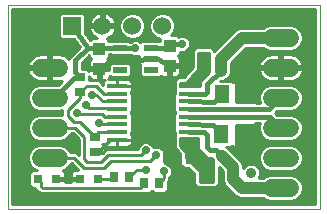
<source format=gbl>
G75*
%MOIN*%
%OFA0B0*%
%FSLAX24Y24*%
%IPPOS*%
%LPD*%
%AMOC8*
5,1,8,0,0,1.08239X$1,22.5*
%
%ADD10C,0.0000*%
%ADD11R,0.0669X0.0157*%
%ADD12R,0.1181X0.1181*%
%ADD13C,0.0600*%
%ADD14R,0.0433X0.0394*%
%ADD15R,0.0512X0.0591*%
%ADD16R,0.0354X0.0276*%
%ADD17R,0.0276X0.0354*%
%ADD18R,0.0315X0.0315*%
%ADD19R,0.0394X0.0433*%
%ADD20R,0.0472X0.0217*%
%ADD21R,0.0600X0.0600*%
%ADD22C,0.0600*%
%ADD23C,0.0160*%
%ADD24C,0.0400*%
%ADD25C,0.0280*%
%ADD26C,0.0100*%
%ADD27C,0.0360*%
%ADD28C,0.0960*%
D10*
X000150Y000200D02*
X010550Y000200D01*
X010550Y007000D01*
X000150Y007000D01*
X000150Y000200D01*
D11*
X003799Y002504D03*
X003799Y002760D03*
X003799Y003016D03*
X003799Y003272D03*
X003799Y003528D03*
X003799Y003784D03*
X003799Y004040D03*
X003799Y004296D03*
X006201Y004296D03*
X006201Y004040D03*
X006201Y003784D03*
X006201Y003528D03*
X006201Y003272D03*
X006201Y003016D03*
X006201Y002760D03*
X006201Y002504D03*
D12*
X005000Y003400D03*
D13*
X001850Y002900D02*
X001250Y002900D01*
X001250Y001900D02*
X001850Y001900D01*
X001850Y003900D02*
X001250Y003900D01*
X001250Y004900D02*
X001850Y004900D01*
X008950Y004900D02*
X009550Y004900D01*
X009550Y003900D02*
X008950Y003900D01*
X008950Y002900D02*
X009550Y002900D01*
X009550Y001900D02*
X008950Y001900D01*
X008950Y000900D02*
X009550Y000900D01*
X009550Y005900D02*
X008950Y005900D01*
D14*
X006285Y001900D03*
X005615Y001900D03*
D15*
X007270Y002680D03*
X008019Y002680D03*
X008028Y004043D03*
X007280Y004043D03*
D16*
X003050Y002606D03*
X003050Y002094D03*
X002550Y004094D03*
X002550Y004606D03*
D17*
X003694Y001250D03*
X004206Y001250D03*
X004694Y001050D03*
X005206Y001050D03*
D18*
X003145Y001200D03*
X002555Y001200D03*
X001745Y001200D03*
X001155Y001200D03*
D19*
X003200Y004865D03*
X003200Y005535D03*
X005550Y005635D03*
X005550Y004965D03*
D20*
X004912Y004826D03*
X004912Y005200D03*
X004912Y005574D03*
X003888Y005574D03*
X003888Y004826D03*
D21*
X002300Y006300D03*
D22*
X003300Y006300D03*
X004300Y006300D03*
X005300Y006300D03*
D23*
X005700Y005700D02*
X005950Y005700D01*
X005700Y005700D02*
X005585Y005585D01*
X005550Y005635D01*
X005539Y005574D01*
X004912Y005574D01*
X004400Y005550D02*
X003900Y005562D01*
X003888Y005574D01*
X003323Y005574D01*
X002824Y005574D01*
X002824Y005576D01*
X002300Y006300D01*
X002824Y005574D02*
X002400Y005150D01*
X002400Y004750D01*
X002550Y004606D01*
X002494Y004550D01*
X002350Y004550D01*
X001700Y003900D01*
X001550Y003900D01*
X003200Y004865D02*
X003265Y004865D01*
X003600Y005200D01*
X003323Y005574D02*
X003200Y005535D01*
X004400Y005150D02*
X004912Y005200D01*
X005165Y005200D01*
X005550Y004965D01*
X006800Y004350D02*
X006800Y004100D01*
X006730Y004030D01*
X006201Y004040D01*
X006201Y003784D02*
X007011Y003774D01*
X007280Y004043D01*
X006800Y004350D02*
X007250Y004800D01*
X006201Y003528D02*
X008869Y003519D01*
X009250Y003900D01*
X008887Y003263D02*
X009250Y002900D01*
X008887Y003263D02*
X006201Y003272D01*
X006201Y003016D02*
X006994Y003007D01*
X007270Y002680D01*
X006800Y002650D02*
X006800Y002250D01*
X006900Y002150D01*
X007100Y002150D01*
X007300Y001950D01*
X006800Y002650D02*
X006690Y002760D01*
X006201Y002760D01*
X006201Y002504D02*
X006285Y002420D01*
X005615Y001900D02*
X005600Y001900D01*
D24*
X007300Y001950D02*
X007650Y001600D01*
X007650Y001200D01*
X007950Y000900D01*
X009250Y000900D01*
X007250Y004800D02*
X007250Y005200D01*
X007950Y005900D01*
X009250Y005900D01*
D25*
X007492Y006091D03*
X006656Y005300D03*
X006656Y005000D03*
X006656Y004700D03*
X005992Y004991D03*
X005992Y005291D03*
X005950Y005700D03*
X004400Y005550D03*
X004400Y005150D03*
X004700Y004150D03*
X005250Y004150D03*
X003200Y003050D03*
X002450Y003400D03*
X002750Y003650D03*
X002950Y004000D03*
X002750Y005000D03*
X000850Y006250D03*
X004700Y002650D03*
X005250Y002650D03*
X004750Y002150D03*
X005100Y002000D03*
X005350Y001450D03*
X004750Y001500D03*
X005550Y000700D03*
X006550Y000700D03*
X006850Y001200D03*
X006850Y001500D03*
X006850Y001800D03*
X007850Y002100D03*
X008150Y002100D03*
X008450Y002100D03*
X007500Y000700D03*
X002350Y002350D03*
X002150Y001200D03*
X000700Y001200D03*
X007850Y004600D03*
X008150Y004600D03*
X008450Y004600D03*
D26*
X008550Y004633D02*
X007750Y004633D01*
X007750Y004731D02*
X008550Y004731D01*
X008533Y004727D02*
X008565Y004664D01*
X008607Y004607D01*
X008657Y004557D01*
X008714Y004515D01*
X008777Y004483D01*
X008845Y004461D01*
X008915Y004450D01*
X009200Y004450D01*
X009200Y004850D01*
X009300Y004850D01*
X009300Y004950D01*
X009200Y004950D01*
X009200Y005350D01*
X008915Y005350D01*
X008845Y005339D01*
X008777Y005317D01*
X008714Y005285D01*
X008657Y005243D01*
X008607Y005193D01*
X008565Y005136D01*
X008533Y005073D01*
X008511Y005005D01*
X008502Y004950D01*
X009200Y004950D01*
X009200Y004850D01*
X008502Y004850D01*
X008511Y004795D01*
X008533Y004727D01*
X008532Y004731D02*
X007579Y004731D01*
X007580Y004734D02*
X007580Y005063D01*
X008087Y005570D01*
X008672Y005570D01*
X008706Y005535D01*
X008864Y005470D01*
X009636Y005470D01*
X009794Y005535D01*
X009915Y005656D01*
X009980Y005814D01*
X009980Y005986D01*
X009915Y006144D01*
X009794Y006265D01*
X009636Y006330D01*
X008864Y006330D01*
X008706Y006265D01*
X008672Y006230D01*
X007884Y006230D01*
X007763Y006180D01*
X007670Y006087D01*
X007030Y005447D01*
X007030Y005475D01*
X006925Y005580D01*
X006425Y005580D01*
X006320Y005475D01*
X006320Y004918D01*
X006019Y004580D01*
X005825Y004580D01*
X005720Y004475D01*
X005720Y004225D01*
X005736Y004209D01*
X005736Y004027D01*
X005730Y004048D01*
X005711Y004083D01*
X005683Y004111D01*
X005648Y004130D01*
X005610Y004141D01*
X005050Y004141D01*
X005050Y003450D01*
X004950Y003450D01*
X004950Y004141D01*
X004390Y004141D01*
X004352Y004130D01*
X004317Y004111D01*
X004289Y004083D01*
X004270Y004048D01*
X004264Y004027D01*
X004264Y004142D01*
X004274Y004159D01*
X004284Y004197D01*
X004284Y004296D01*
X004284Y004394D01*
X004274Y004432D01*
X004254Y004467D01*
X004226Y004494D01*
X004192Y004514D01*
X004154Y004524D01*
X003799Y004524D01*
X003481Y004524D01*
X003489Y004529D01*
X003517Y004557D01*
X003537Y004591D01*
X003547Y004629D01*
X003547Y004639D01*
X003598Y004588D01*
X004178Y004588D01*
X004254Y004664D01*
X004254Y004988D01*
X004178Y005064D01*
X003598Y005064D01*
X003547Y005013D01*
X003547Y005102D01*
X003537Y005140D01*
X003517Y005174D01*
X003489Y005202D01*
X003473Y005211D01*
X003527Y005264D01*
X003527Y005364D01*
X003570Y005364D01*
X003598Y005336D01*
X004178Y005336D01*
X004188Y005345D01*
X004224Y005344D01*
X004247Y005321D01*
X004346Y005280D01*
X004454Y005280D01*
X004526Y005310D01*
X004526Y005204D01*
X004908Y005204D01*
X004908Y005196D01*
X004526Y005196D01*
X004526Y005072D01*
X004536Y005034D01*
X004556Y005000D01*
X004556Y004999D01*
X004546Y004988D01*
X004546Y004664D01*
X004622Y004588D01*
X005202Y004588D01*
X005252Y004638D01*
X005261Y004629D01*
X005295Y004609D01*
X005333Y004599D01*
X005502Y004599D01*
X005502Y004917D01*
X005598Y004917D01*
X005598Y004599D01*
X005767Y004599D01*
X005805Y004609D01*
X005839Y004629D01*
X005867Y004657D01*
X005887Y004691D01*
X005897Y004729D01*
X005897Y004917D01*
X005598Y004917D01*
X005598Y005014D01*
X005897Y005014D01*
X005897Y005202D01*
X005887Y005240D01*
X005867Y005274D01*
X005839Y005302D01*
X005823Y005311D01*
X005877Y005364D01*
X005877Y005438D01*
X005896Y005430D01*
X006004Y005430D01*
X006103Y005471D01*
X006179Y005547D01*
X006220Y005646D01*
X006220Y005754D01*
X006179Y005853D01*
X006103Y005929D01*
X006004Y005970D01*
X005896Y005970D01*
X005837Y005945D01*
X005801Y005981D01*
X005589Y005981D01*
X005665Y006056D01*
X005730Y006214D01*
X005730Y006386D01*
X005665Y006544D01*
X005544Y006665D01*
X005386Y006730D01*
X005214Y006730D01*
X005056Y006665D01*
X004935Y006544D01*
X004870Y006386D01*
X004870Y006214D01*
X004935Y006056D01*
X005056Y005935D01*
X005214Y005870D01*
X005223Y005870D01*
X005223Y005791D01*
X005202Y005812D01*
X004622Y005812D01*
X004571Y005761D01*
X004553Y005779D01*
X004454Y005820D01*
X004346Y005820D01*
X004247Y005779D01*
X004232Y005764D01*
X004226Y005764D01*
X004178Y005812D01*
X003598Y005812D01*
X003570Y005784D01*
X003527Y005784D01*
X003527Y005805D01*
X003455Y005877D01*
X003473Y005883D01*
X003536Y005915D01*
X003593Y005957D01*
X003643Y006007D01*
X003685Y006064D01*
X003717Y006127D01*
X003739Y006195D01*
X003748Y006250D01*
X003350Y006250D01*
X003350Y006350D01*
X003250Y006350D01*
X003250Y006748D01*
X003195Y006739D01*
X003127Y006717D01*
X003064Y006685D01*
X003007Y006643D01*
X002957Y006593D01*
X002915Y006536D01*
X002883Y006473D01*
X002861Y006405D01*
X002852Y006350D01*
X003250Y006350D01*
X003250Y006250D01*
X002852Y006250D01*
X002861Y006195D01*
X002883Y006127D01*
X002915Y006064D01*
X002957Y006007D01*
X003007Y005957D01*
X003064Y005915D01*
X003127Y005883D01*
X003133Y005881D01*
X002949Y005881D01*
X002899Y005831D01*
X002730Y006064D01*
X002730Y006654D01*
X002654Y006730D01*
X001946Y006730D01*
X001870Y006654D01*
X001870Y005946D01*
X001946Y005870D01*
X002352Y005870D01*
X002550Y005597D01*
X002313Y005360D01*
X002190Y005237D01*
X002190Y005196D01*
X002143Y005243D01*
X002086Y005285D01*
X002023Y005317D01*
X001955Y005339D01*
X001885Y005350D01*
X001600Y005350D01*
X001600Y004950D01*
X001500Y004950D01*
X001500Y005350D01*
X001215Y005350D01*
X001145Y005339D01*
X001077Y005317D01*
X001014Y005285D01*
X000957Y005243D01*
X000907Y005193D01*
X000865Y005136D01*
X000833Y005073D01*
X000811Y005005D01*
X000802Y004950D01*
X001500Y004950D01*
X001500Y004850D01*
X001600Y004850D01*
X001600Y004450D01*
X001885Y004450D01*
X001955Y004461D01*
X001968Y004465D01*
X001833Y004330D01*
X001164Y004330D01*
X001006Y004265D01*
X000885Y004144D01*
X000820Y003986D01*
X000820Y003814D01*
X000885Y003656D01*
X001006Y003535D01*
X001164Y003470D01*
X001936Y003470D01*
X001970Y003484D01*
X001970Y003316D01*
X001936Y003330D01*
X001164Y003330D01*
X001006Y003265D01*
X000885Y003144D01*
X000820Y002986D01*
X000820Y002814D01*
X000885Y002656D01*
X001006Y002535D01*
X001164Y002470D01*
X001936Y002470D01*
X002094Y002535D01*
X002215Y002656D01*
X002241Y002720D01*
X002325Y002720D01*
X002520Y002525D01*
X002520Y001985D01*
X002425Y002080D01*
X002241Y002080D01*
X002215Y002144D01*
X002094Y002265D01*
X001936Y002330D01*
X001164Y002330D01*
X001006Y002265D01*
X000885Y002144D01*
X000820Y001986D01*
X000820Y001814D01*
X000885Y001656D01*
X001006Y001535D01*
X001122Y001487D01*
X000943Y001487D01*
X000867Y001411D01*
X000867Y000989D01*
X000943Y000913D01*
X001070Y000913D01*
X001070Y000875D01*
X001175Y000770D01*
X001225Y000720D01*
X004625Y000720D01*
X004647Y000743D01*
X004886Y000743D01*
X004950Y000807D01*
X005014Y000743D01*
X005398Y000743D01*
X005474Y000819D01*
X005474Y001109D01*
X005487Y001126D01*
X005530Y001170D01*
X005530Y001185D01*
X006370Y001185D01*
X006370Y001087D02*
X005474Y001087D01*
X005530Y001185D02*
X005539Y001197D01*
X005531Y001249D01*
X005579Y001297D01*
X005620Y001396D01*
X005620Y001504D01*
X005579Y001603D01*
X005503Y001679D01*
X005404Y001720D01*
X005390Y001720D01*
X005350Y001750D01*
X005350Y001898D01*
X005370Y001946D01*
X005370Y002054D01*
X005350Y002102D01*
X005350Y002250D01*
X005700Y002250D01*
X005720Y002230D01*
X005720Y002225D01*
X005825Y002120D01*
X005900Y002045D01*
X005900Y001300D01*
X005580Y001300D01*
X005620Y001396D01*
X005620Y001504D01*
X005579Y001603D01*
X005567Y001615D01*
X005567Y001852D01*
X005664Y001852D01*
X005664Y001553D01*
X005852Y001553D01*
X005890Y001563D01*
X005924Y001583D01*
X005952Y001611D01*
X005961Y001627D01*
X006014Y001573D01*
X006172Y001573D01*
X006370Y001375D01*
X006370Y001025D01*
X006475Y000920D01*
X007075Y000920D01*
X007180Y001025D01*
X007180Y001603D01*
X007320Y001463D01*
X007320Y001134D01*
X007370Y001013D01*
X007670Y000713D01*
X007763Y000620D01*
X007884Y000570D01*
X008672Y000570D01*
X008706Y000535D01*
X008864Y000470D01*
X009636Y000470D01*
X009794Y000535D01*
X009915Y000656D01*
X009980Y000814D01*
X009980Y000986D01*
X009915Y001144D01*
X009794Y001265D01*
X009636Y001330D01*
X008864Y001330D01*
X008706Y001265D01*
X008672Y001230D01*
X008515Y001230D01*
X008560Y001338D01*
X008560Y001462D01*
X008513Y001576D01*
X008426Y001663D01*
X008312Y001710D01*
X008188Y001710D01*
X008074Y001663D01*
X007987Y001576D01*
X007980Y001558D01*
X007980Y001666D01*
X007930Y001787D01*
X007837Y001880D01*
X007487Y002230D01*
X007427Y002255D01*
X007580Y002255D01*
X007634Y002308D01*
X007643Y002293D01*
X007670Y002265D01*
X007705Y002245D01*
X007743Y002235D01*
X007969Y002235D01*
X007969Y002630D01*
X008069Y002630D01*
X008069Y002730D01*
X008424Y002730D01*
X008424Y002995D01*
X008414Y003033D01*
X008402Y003054D01*
X008548Y003054D01*
X008520Y002986D01*
X008520Y002814D01*
X008585Y002656D01*
X008706Y002535D01*
X008864Y002470D01*
X009636Y002470D01*
X009794Y002535D01*
X009915Y002656D01*
X009980Y002814D01*
X009980Y002986D01*
X009915Y003144D01*
X009794Y003265D01*
X009636Y003330D01*
X009117Y003330D01*
X009047Y003400D01*
X009078Y003431D01*
X009117Y003470D01*
X009636Y003470D01*
X009794Y003535D01*
X009915Y003656D01*
X009980Y003814D01*
X009980Y003986D01*
X009915Y004144D01*
X009794Y004265D01*
X009636Y004330D01*
X008864Y004330D01*
X008706Y004265D01*
X008585Y004144D01*
X008520Y003986D01*
X008520Y003814D01*
X008555Y003730D01*
X008434Y003730D01*
X008434Y003993D01*
X008078Y003993D01*
X008078Y004093D01*
X008434Y004093D01*
X008434Y004358D01*
X008424Y004396D01*
X008404Y004431D01*
X008376Y004459D01*
X008342Y004478D01*
X008304Y004489D01*
X008078Y004489D01*
X008078Y004093D01*
X007978Y004093D01*
X007978Y004489D01*
X007752Y004489D01*
X007714Y004478D01*
X007680Y004459D01*
X007652Y004431D01*
X007643Y004415D01*
X007590Y004469D01*
X007216Y004469D01*
X007217Y004470D01*
X007316Y004470D01*
X007437Y004520D01*
X007530Y004613D01*
X007580Y004734D01*
X007538Y004633D02*
X008588Y004633D01*
X008550Y004534D02*
X007750Y004534D01*
X007750Y004436D02*
X008550Y004436D01*
X008550Y004337D02*
X007750Y004337D01*
X007750Y004239D02*
X008550Y004239D01*
X008434Y004239D02*
X008680Y004239D01*
X008584Y004140D02*
X008434Y004140D01*
X008550Y004140D02*
X007750Y004140D01*
X007750Y004042D02*
X008543Y004042D01*
X008078Y004042D01*
X008078Y004140D02*
X007978Y004140D01*
X007978Y004239D02*
X008078Y004239D01*
X008078Y004337D02*
X007978Y004337D01*
X007978Y004436D02*
X008078Y004436D01*
X008399Y004436D02*
X010400Y004436D01*
X010400Y004337D02*
X008434Y004337D01*
X008688Y004534D02*
X007451Y004534D01*
X007623Y004436D02*
X007657Y004436D01*
X007750Y004750D02*
X008550Y004750D01*
X008550Y004058D01*
X008520Y003986D01*
X008520Y003814D01*
X008547Y003750D01*
X007750Y003750D01*
X007750Y004750D01*
X007580Y004830D02*
X008506Y004830D01*
X008518Y005027D02*
X007580Y005027D01*
X007642Y005125D02*
X008560Y005125D01*
X008637Y005224D02*
X007740Y005224D01*
X007839Y005322D02*
X008793Y005322D01*
X008746Y005519D02*
X008036Y005519D01*
X007937Y005421D02*
X010400Y005421D01*
X010400Y005519D02*
X009754Y005519D01*
X009876Y005618D02*
X010400Y005618D01*
X010400Y005716D02*
X009939Y005716D01*
X009980Y005815D02*
X010400Y005815D01*
X010400Y005913D02*
X009980Y005913D01*
X009969Y006012D02*
X010400Y006012D01*
X010400Y006110D02*
X009928Y006110D01*
X009850Y006209D02*
X010400Y006209D01*
X010400Y006307D02*
X009691Y006307D01*
X010400Y006406D02*
X005722Y006406D01*
X005681Y006504D02*
X010400Y006504D01*
X010400Y006603D02*
X005606Y006603D01*
X005456Y006701D02*
X010400Y006701D01*
X010400Y006800D02*
X000300Y006800D01*
X000300Y006850D02*
X010400Y006850D01*
X010400Y000350D01*
X000300Y000350D01*
X000300Y006850D01*
X000300Y006701D02*
X001917Y006701D01*
X001870Y006603D02*
X000300Y006603D01*
X000300Y006504D02*
X001870Y006504D01*
X001870Y006406D02*
X000300Y006406D01*
X000300Y006307D02*
X001870Y006307D01*
X001870Y006209D02*
X000300Y006209D01*
X000300Y006110D02*
X001870Y006110D01*
X001870Y006012D02*
X000300Y006012D01*
X000300Y005913D02*
X001903Y005913D01*
X002392Y005815D02*
X000300Y005815D01*
X000300Y005716D02*
X002463Y005716D01*
X002535Y005618D02*
X000300Y005618D01*
X000300Y005519D02*
X002472Y005519D01*
X002374Y005421D02*
X000300Y005421D01*
X000300Y005322D02*
X001093Y005322D01*
X000937Y005224D02*
X000300Y005224D01*
X000300Y005125D02*
X000860Y005125D01*
X000818Y005027D02*
X000300Y005027D01*
X000300Y004928D02*
X001500Y004928D01*
X001500Y004850D02*
X000802Y004850D01*
X000811Y004795D01*
X000833Y004727D01*
X000865Y004664D01*
X000907Y004607D01*
X000957Y004557D01*
X001014Y004515D01*
X001077Y004483D01*
X001145Y004461D01*
X001215Y004450D01*
X001500Y004450D01*
X001500Y004850D01*
X001500Y004830D02*
X001600Y004830D01*
X001600Y004731D02*
X001500Y004731D01*
X001500Y004633D02*
X001600Y004633D01*
X001600Y004534D02*
X001500Y004534D01*
X001840Y004337D02*
X000300Y004337D01*
X000300Y004239D02*
X000980Y004239D01*
X000884Y004140D02*
X000300Y004140D01*
X000300Y004042D02*
X000843Y004042D01*
X000820Y003943D02*
X000300Y003943D01*
X000300Y003845D02*
X000820Y003845D01*
X000848Y003746D02*
X000300Y003746D01*
X000300Y003648D02*
X000894Y003648D01*
X000993Y003549D02*
X000300Y003549D01*
X000300Y003451D02*
X001970Y003451D01*
X001970Y003352D02*
X000300Y003352D01*
X000300Y003254D02*
X000995Y003254D01*
X000897Y003155D02*
X000300Y003155D01*
X000300Y003057D02*
X000849Y003057D01*
X000820Y002958D02*
X000300Y002958D01*
X000300Y002860D02*
X000820Y002860D01*
X000842Y002761D02*
X000300Y002761D01*
X000300Y002663D02*
X000883Y002663D01*
X000978Y002564D02*
X000300Y002564D01*
X000300Y002466D02*
X002520Y002466D01*
X002481Y002564D02*
X002122Y002564D01*
X002217Y002663D02*
X002383Y002663D01*
X002400Y002900D02*
X001550Y002900D01*
X002150Y003300D02*
X002350Y003100D01*
X002556Y003100D01*
X003050Y002606D01*
X003014Y002614D01*
X002950Y002700D01*
X003050Y002606D02*
X003152Y002760D01*
X003799Y002760D01*
X003799Y002504D02*
X004284Y002504D01*
X003799Y002504D01*
X003799Y002504D01*
X003799Y002276D01*
X003445Y002276D01*
X003407Y002286D01*
X003372Y002306D01*
X003345Y002333D01*
X003325Y002368D01*
X003322Y002379D01*
X003304Y002361D01*
X003319Y002352D01*
X003347Y002324D01*
X003367Y002290D01*
X003377Y002252D01*
X003377Y002132D01*
X003425Y002180D01*
X004480Y002180D01*
X004480Y002204D01*
X004521Y002303D01*
X004597Y002379D01*
X004696Y002420D01*
X004804Y002420D01*
X004903Y002379D01*
X004979Y002303D01*
X005000Y002251D01*
X005046Y002270D01*
X005154Y002270D01*
X005253Y002229D01*
X005286Y002196D01*
X005307Y002217D01*
X005341Y002237D01*
X005379Y002247D01*
X005567Y002247D01*
X005567Y001948D01*
X005664Y001948D01*
X005664Y002247D01*
X005720Y002247D01*
X005720Y002625D01*
X005736Y002641D01*
X005736Y002773D01*
X005730Y002752D01*
X005711Y002717D01*
X005683Y002689D01*
X005648Y002670D01*
X005610Y002659D01*
X005050Y002659D01*
X005050Y003350D01*
X005050Y003450D01*
X005736Y003450D01*
X005736Y003350D01*
X005050Y003350D01*
X004950Y003350D01*
X004264Y003350D01*
X004264Y003450D01*
X004950Y003450D01*
X004950Y003350D01*
X004950Y002659D01*
X004390Y002659D01*
X004352Y002670D01*
X004317Y002689D01*
X004289Y002717D01*
X004270Y002752D01*
X004264Y002773D01*
X004264Y002658D01*
X004274Y002641D01*
X004284Y002603D01*
X004284Y002504D01*
X004284Y002406D01*
X004274Y002368D01*
X004254Y002333D01*
X004226Y002306D01*
X004192Y002286D01*
X004154Y002276D01*
X003799Y002276D01*
X003799Y002504D01*
X003795Y002500D01*
X003550Y002500D01*
X003144Y002094D01*
X003050Y002094D01*
X003069Y002075D02*
X003069Y002113D01*
X003358Y002113D01*
X003321Y002075D01*
X003069Y002075D01*
X003377Y002170D02*
X003415Y002170D01*
X003373Y002269D02*
X004507Y002269D01*
X004568Y002350D02*
X004300Y002350D01*
X004300Y004450D01*
X005700Y004450D01*
X005700Y002350D01*
X004932Y002350D01*
X004903Y002379D01*
X004804Y002420D01*
X004696Y002420D01*
X004597Y002379D01*
X004568Y002350D01*
X004585Y002367D02*
X004273Y002367D01*
X004300Y002367D02*
X004585Y002367D01*
X004300Y002466D02*
X005700Y002466D01*
X005720Y002466D02*
X004284Y002466D01*
X004284Y002564D02*
X005720Y002564D01*
X005700Y002564D02*
X004300Y002564D01*
X004300Y002663D02*
X005700Y002663D01*
X005736Y002663D02*
X005622Y002663D01*
X005700Y002761D02*
X004300Y002761D01*
X004267Y002761D02*
X004264Y002761D01*
X004264Y002663D02*
X004378Y002663D01*
X004300Y002860D02*
X005700Y002860D01*
X005733Y002761D02*
X005736Y002761D01*
X005700Y002958D02*
X004300Y002958D01*
X004300Y003057D02*
X005700Y003057D01*
X005700Y003155D02*
X004300Y003155D01*
X004300Y003254D02*
X005700Y003254D01*
X005700Y003352D02*
X004300Y003352D01*
X004264Y003352D02*
X004950Y003352D01*
X004950Y003254D02*
X005050Y003254D01*
X005050Y003352D02*
X005736Y003352D01*
X005700Y003451D02*
X004300Y003451D01*
X004300Y003549D02*
X005700Y003549D01*
X005700Y003648D02*
X004300Y003648D01*
X004300Y003746D02*
X005700Y003746D01*
X005700Y003845D02*
X004300Y003845D01*
X004300Y003943D02*
X005700Y003943D01*
X005700Y004042D02*
X004300Y004042D01*
X004268Y004042D02*
X004264Y004042D01*
X004264Y004140D02*
X004388Y004140D01*
X004300Y004140D02*
X005700Y004140D01*
X005736Y004140D02*
X005612Y004140D01*
X005732Y004042D02*
X005736Y004042D01*
X005720Y004239D02*
X004284Y004239D01*
X004300Y004239D02*
X005700Y004239D01*
X005700Y004337D02*
X004300Y004337D01*
X004284Y004337D02*
X005720Y004337D01*
X005720Y004436D02*
X004272Y004436D01*
X004300Y004436D02*
X005700Y004436D01*
X005779Y004534D02*
X003494Y004534D01*
X003547Y004633D02*
X003553Y004633D01*
X003380Y004499D02*
X003372Y004494D01*
X003345Y004467D01*
X003325Y004432D01*
X003315Y004394D01*
X003315Y004340D01*
X003280Y004375D01*
X003175Y004480D01*
X002857Y004480D01*
X002857Y004614D01*
X002863Y004591D01*
X002883Y004557D01*
X002911Y004529D01*
X002945Y004509D01*
X002983Y004499D01*
X003152Y004499D01*
X003152Y004817D01*
X003248Y004817D01*
X003248Y004499D01*
X003380Y004499D01*
X003327Y004436D02*
X003219Y004436D01*
X003248Y004534D02*
X003152Y004534D01*
X003152Y004633D02*
X003248Y004633D01*
X003248Y004731D02*
X003152Y004731D01*
X003152Y004817D02*
X002853Y004817D01*
X002853Y004802D01*
X002781Y004874D01*
X002610Y004874D01*
X002610Y005063D01*
X002873Y005326D01*
X002873Y005264D01*
X002927Y005211D01*
X002911Y005202D01*
X002883Y005174D01*
X002863Y005140D01*
X002853Y005102D01*
X002853Y004914D01*
X003152Y004914D01*
X003152Y004817D01*
X003152Y004830D02*
X002825Y004830D01*
X002853Y004928D02*
X002610Y004928D01*
X002610Y005027D02*
X002853Y005027D01*
X002859Y005125D02*
X002672Y005125D01*
X002770Y005224D02*
X002914Y005224D01*
X002873Y005322D02*
X002869Y005322D01*
X002275Y005322D02*
X002007Y005322D01*
X002163Y005224D02*
X002190Y005224D01*
X001600Y005224D02*
X001500Y005224D01*
X001500Y005125D02*
X001600Y005125D01*
X001600Y005027D02*
X001500Y005027D01*
X001500Y005322D02*
X001600Y005322D01*
X000806Y004830D02*
X000300Y004830D01*
X000300Y004731D02*
X000832Y004731D01*
X000888Y004633D02*
X000300Y004633D01*
X000300Y004534D02*
X000988Y004534D01*
X000300Y004436D02*
X001939Y004436D01*
X002550Y004094D02*
X002806Y004300D01*
X003100Y004300D01*
X003360Y004040D01*
X003799Y004040D01*
X003799Y004296D02*
X003799Y004296D01*
X003799Y004524D01*
X003799Y004296D01*
X003799Y004296D01*
X004284Y004296D01*
X003799Y004296D01*
X003799Y004337D02*
X003799Y004337D01*
X003799Y004436D02*
X003799Y004436D01*
X004223Y004633D02*
X004577Y004633D01*
X004546Y004731D02*
X004254Y004731D01*
X004254Y004830D02*
X004546Y004830D01*
X004546Y004928D02*
X004254Y004928D01*
X004216Y005027D02*
X004540Y005027D01*
X004526Y005125D02*
X003541Y005125D01*
X003547Y005027D02*
X003560Y005027D01*
X003522Y004914D02*
X003248Y004914D01*
X003248Y004817D01*
X003522Y004817D01*
X003522Y004914D01*
X003522Y004830D02*
X003248Y004830D01*
X002906Y004534D02*
X002857Y004534D01*
X002550Y004094D02*
X002550Y003900D01*
X002150Y003500D01*
X002150Y003300D01*
X002450Y003400D02*
X002500Y003350D01*
X003300Y003350D01*
X003378Y003272D01*
X003799Y003272D01*
X003799Y003016D02*
X003234Y003016D01*
X003200Y003050D01*
X002700Y002600D02*
X002400Y002900D01*
X002700Y002600D02*
X002700Y001850D01*
X002800Y001750D01*
X003250Y001750D01*
X003500Y002000D01*
X004600Y002000D01*
X004750Y002150D01*
X004993Y002269D02*
X005043Y002269D01*
X005157Y002269D02*
X005720Y002269D01*
X005720Y002367D02*
X004915Y002367D01*
X005700Y002367D01*
X005900Y002367D02*
X006500Y002367D01*
X006500Y002269D02*
X005931Y002269D01*
X005900Y002300D02*
X005900Y002550D01*
X006500Y002550D01*
X006500Y002200D01*
X006800Y001900D01*
X006950Y001900D01*
X006973Y001877D01*
X007000Y001812D01*
X007000Y001100D01*
X006550Y001100D01*
X006550Y001450D01*
X006100Y001900D01*
X006100Y002100D01*
X005900Y002300D01*
X005900Y002466D02*
X006500Y002466D01*
X006530Y002170D02*
X006030Y002170D01*
X006100Y002072D02*
X006628Y002072D01*
X006727Y001973D02*
X006100Y001973D01*
X006125Y001875D02*
X006974Y001875D01*
X007000Y001776D02*
X006224Y001776D01*
X006322Y001678D02*
X007000Y001678D01*
X007000Y001579D02*
X006421Y001579D01*
X006519Y001481D02*
X007000Y001481D01*
X007000Y001382D02*
X006550Y001382D01*
X006550Y001284D02*
X007000Y001284D01*
X007000Y001185D02*
X006550Y001185D01*
X006370Y001284D02*
X005565Y001284D01*
X005614Y001382D02*
X005900Y001382D01*
X005900Y001481D02*
X005620Y001481D01*
X006265Y001481D01*
X006363Y001382D02*
X005614Y001382D01*
X005589Y001579D02*
X005900Y001579D01*
X005917Y001579D02*
X006008Y001579D01*
X005900Y001678D02*
X005504Y001678D01*
X005567Y001678D02*
X005664Y001678D01*
X005664Y001776D02*
X005567Y001776D01*
X005350Y001776D02*
X005900Y001776D01*
X005900Y001875D02*
X005350Y001875D01*
X005370Y001973D02*
X005900Y001973D01*
X005874Y002072D02*
X005363Y002072D01*
X005350Y002170D02*
X005775Y002170D01*
X005664Y002170D02*
X005567Y002170D01*
X005567Y002072D02*
X005664Y002072D01*
X005664Y001973D02*
X005567Y001973D01*
X005100Y002000D02*
X004900Y001800D01*
X003600Y001800D01*
X003350Y001550D01*
X002700Y001550D01*
X002350Y001900D01*
X001550Y001900D01*
X001978Y001487D02*
X002094Y001535D01*
X002215Y001656D01*
X002241Y001720D01*
X002275Y001720D01*
X002488Y001507D01*
X002377Y001507D01*
X002339Y001497D01*
X002305Y001478D01*
X002277Y001450D01*
X002257Y001415D01*
X002247Y001377D01*
X002247Y001229D01*
X002526Y001229D01*
X002526Y001171D01*
X002247Y001171D01*
X002247Y001080D01*
X002053Y001080D01*
X002053Y001171D01*
X001774Y001171D01*
X001774Y001229D01*
X002053Y001229D01*
X002053Y001377D01*
X002043Y001415D01*
X002023Y001450D01*
X001995Y001478D01*
X001978Y001487D01*
X001990Y001481D02*
X002310Y001481D01*
X002249Y001382D02*
X002051Y001382D01*
X002053Y001284D02*
X002247Y001284D01*
X002150Y001200D02*
X002555Y001200D01*
X002526Y001185D02*
X001774Y001185D01*
X001745Y001200D02*
X002150Y001200D01*
X002053Y001087D02*
X002247Y001087D01*
X002137Y001579D02*
X002416Y001579D01*
X002318Y001678D02*
X002223Y001678D01*
X002433Y002072D02*
X002520Y002072D01*
X002520Y002170D02*
X002188Y002170D01*
X002084Y002269D02*
X002520Y002269D01*
X002520Y002367D02*
X000300Y002367D01*
X000300Y002269D02*
X001016Y002269D01*
X000912Y002170D02*
X000300Y002170D01*
X000300Y002072D02*
X000856Y002072D01*
X000820Y001973D02*
X000300Y001973D01*
X000300Y001875D02*
X000820Y001875D01*
X000836Y001776D02*
X000300Y001776D01*
X000300Y001678D02*
X000877Y001678D01*
X000963Y001579D02*
X000300Y001579D01*
X000300Y001481D02*
X000936Y001481D01*
X000867Y001382D02*
X000300Y001382D01*
X000300Y001284D02*
X000867Y001284D01*
X000867Y001185D02*
X000300Y001185D01*
X000300Y001087D02*
X000867Y001087D01*
X000868Y000988D02*
X000300Y000988D01*
X000300Y000890D02*
X001070Y000890D01*
X001154Y000791D02*
X000300Y000791D01*
X000300Y000693D02*
X007691Y000693D01*
X007592Y000791D02*
X005446Y000791D01*
X005474Y000890D02*
X007494Y000890D01*
X007395Y000988D02*
X007143Y000988D01*
X007180Y001087D02*
X007340Y001087D01*
X007320Y001185D02*
X007180Y001185D01*
X007180Y001284D02*
X007320Y001284D01*
X007320Y001382D02*
X007180Y001382D01*
X007180Y001481D02*
X007303Y001481D01*
X007204Y001579D02*
X007180Y001579D01*
X007744Y001973D02*
X008520Y001973D01*
X008520Y001986D02*
X008520Y001814D01*
X008585Y001656D01*
X008706Y001535D01*
X008864Y001470D01*
X009636Y001470D01*
X009794Y001535D01*
X009915Y001656D01*
X009980Y001814D01*
X009980Y001986D01*
X009915Y002144D01*
X009794Y002265D01*
X009636Y002330D01*
X008864Y002330D01*
X008706Y002265D01*
X008585Y002144D01*
X008520Y001986D01*
X008526Y002000D02*
X007750Y002000D01*
X007750Y003000D01*
X008526Y003000D01*
X008520Y002986D01*
X008520Y002814D01*
X008550Y002742D01*
X008550Y002058D01*
X008526Y002000D01*
X008550Y002072D02*
X007750Y002072D01*
X007645Y002072D02*
X008556Y002072D01*
X008550Y002170D02*
X007750Y002170D01*
X007750Y002269D02*
X008550Y002269D01*
X008550Y002367D02*
X007750Y002367D01*
X007667Y002269D02*
X007594Y002269D01*
X007547Y002170D02*
X008612Y002170D01*
X008716Y002269D02*
X008370Y002269D01*
X008367Y002265D02*
X008394Y002293D01*
X008414Y002327D01*
X008424Y002365D01*
X008424Y002630D01*
X008069Y002630D01*
X008069Y002235D01*
X008294Y002235D01*
X008332Y002245D01*
X008367Y002265D01*
X008424Y002367D02*
X010400Y002367D01*
X010400Y002269D02*
X009784Y002269D01*
X009888Y002170D02*
X010400Y002170D01*
X010400Y002072D02*
X009944Y002072D01*
X009980Y001973D02*
X010400Y001973D01*
X010400Y001875D02*
X009980Y001875D01*
X009964Y001776D02*
X010400Y001776D01*
X010400Y001678D02*
X009923Y001678D01*
X009837Y001579D02*
X010400Y001579D01*
X010400Y001481D02*
X009661Y001481D01*
X009748Y001284D02*
X010400Y001284D01*
X010400Y001185D02*
X009873Y001185D01*
X009938Y001087D02*
X010400Y001087D01*
X010400Y000988D02*
X009979Y000988D01*
X009980Y000890D02*
X010400Y000890D01*
X010400Y000791D02*
X009970Y000791D01*
X009929Y000693D02*
X010400Y000693D01*
X010400Y000594D02*
X009852Y000594D01*
X009697Y000496D02*
X010400Y000496D01*
X010400Y000397D02*
X000300Y000397D01*
X000300Y000496D02*
X008803Y000496D01*
X007826Y000594D02*
X000300Y000594D01*
X001155Y001200D02*
X001250Y001105D01*
X001250Y000950D01*
X001300Y000900D01*
X004550Y000900D01*
X004694Y001044D01*
X004694Y001050D01*
X004934Y000791D02*
X004966Y000791D01*
X005206Y001050D02*
X005350Y001244D01*
X005350Y001450D01*
X005589Y001579D02*
X005664Y001579D01*
X005474Y000988D02*
X006407Y000988D01*
X007842Y001875D02*
X008520Y001875D01*
X008536Y001776D02*
X007934Y001776D01*
X007975Y001678D02*
X008110Y001678D01*
X007991Y001579D02*
X007980Y001579D01*
X008390Y001678D02*
X008577Y001678D01*
X008509Y001579D02*
X008663Y001579D01*
X008552Y001481D02*
X008839Y001481D01*
X008560Y001382D02*
X010400Y001382D01*
X010400Y002466D02*
X008424Y002466D01*
X008424Y002564D02*
X008678Y002564D01*
X008550Y002564D02*
X007750Y002564D01*
X007750Y002466D02*
X008550Y002466D01*
X008550Y002663D02*
X007750Y002663D01*
X007750Y002761D02*
X008542Y002761D01*
X008424Y002761D01*
X008424Y002860D02*
X008520Y002860D01*
X007750Y002860D01*
X007750Y002958D02*
X008520Y002958D01*
X008424Y002958D01*
X008583Y002663D02*
X008069Y002663D01*
X008069Y002564D02*
X007969Y002564D01*
X007969Y002466D02*
X008069Y002466D01*
X008069Y002367D02*
X007969Y002367D01*
X007969Y002269D02*
X008069Y002269D01*
X008537Y001284D02*
X008752Y001284D01*
X009822Y002564D02*
X010400Y002564D01*
X010400Y002663D02*
X009917Y002663D01*
X009958Y002761D02*
X010400Y002761D01*
X010400Y002860D02*
X009980Y002860D01*
X009980Y002958D02*
X010400Y002958D01*
X010400Y003057D02*
X009951Y003057D01*
X009903Y003155D02*
X010400Y003155D01*
X010400Y003254D02*
X009805Y003254D01*
X009807Y003549D02*
X010400Y003549D01*
X010400Y003451D02*
X009097Y003451D01*
X009078Y003431D02*
X009078Y003431D01*
X009095Y003352D02*
X010400Y003352D01*
X010400Y003648D02*
X009906Y003648D01*
X009952Y003746D02*
X010400Y003746D01*
X010400Y003845D02*
X009980Y003845D01*
X009980Y003943D02*
X010400Y003943D01*
X010400Y004042D02*
X009957Y004042D01*
X009916Y004140D02*
X010400Y004140D01*
X010400Y004239D02*
X009820Y004239D01*
X009655Y004461D02*
X009585Y004450D01*
X009300Y004450D01*
X009300Y004850D01*
X009998Y004850D01*
X009989Y004795D01*
X009967Y004727D01*
X009935Y004664D01*
X009893Y004607D01*
X009843Y004557D01*
X009786Y004515D01*
X009723Y004483D01*
X009655Y004461D01*
X009812Y004534D02*
X010400Y004534D01*
X010400Y004633D02*
X009912Y004633D01*
X009968Y004731D02*
X010400Y004731D01*
X010400Y004830D02*
X009994Y004830D01*
X009998Y004950D02*
X009989Y005005D01*
X009967Y005073D01*
X009935Y005136D01*
X009893Y005193D01*
X009843Y005243D01*
X009786Y005285D01*
X009723Y005317D01*
X009655Y005339D01*
X009585Y005350D01*
X009300Y005350D01*
X009300Y004950D01*
X009998Y004950D01*
X009982Y005027D02*
X010400Y005027D01*
X010400Y005125D02*
X009940Y005125D01*
X009863Y005224D02*
X010400Y005224D01*
X010400Y005322D02*
X009707Y005322D01*
X009300Y005322D02*
X009200Y005322D01*
X009200Y005224D02*
X009300Y005224D01*
X009300Y005125D02*
X009200Y005125D01*
X009200Y005027D02*
X009300Y005027D01*
X009300Y004928D02*
X010400Y004928D01*
X009300Y004830D02*
X009200Y004830D01*
X009200Y004928D02*
X007580Y004928D01*
X006850Y004928D02*
X006500Y004928D01*
X006500Y004850D02*
X006500Y005400D01*
X006850Y005400D01*
X006850Y004750D01*
X006550Y004450D01*
X006550Y004300D01*
X005900Y004300D01*
X005900Y004400D01*
X006100Y004400D01*
X006500Y004850D01*
X006482Y004830D02*
X006850Y004830D01*
X006831Y004731D02*
X006394Y004731D01*
X006307Y004633D02*
X006733Y004633D01*
X006634Y004534D02*
X006219Y004534D01*
X006132Y004436D02*
X006550Y004436D01*
X006550Y004337D02*
X005900Y004337D01*
X005843Y004633D02*
X006066Y004633D01*
X006153Y004731D02*
X005897Y004731D01*
X005897Y004830D02*
X006241Y004830D01*
X006320Y004928D02*
X005598Y004928D01*
X005598Y004830D02*
X005502Y004830D01*
X005502Y004731D02*
X005598Y004731D01*
X005598Y004633D02*
X005502Y004633D01*
X005257Y004633D02*
X005247Y004633D01*
X005897Y005027D02*
X006320Y005027D01*
X006320Y005125D02*
X005897Y005125D01*
X005891Y005224D02*
X006320Y005224D01*
X006500Y005224D02*
X006850Y005224D01*
X006850Y005125D02*
X006500Y005125D01*
X006500Y005027D02*
X006850Y005027D01*
X006850Y005322D02*
X006500Y005322D01*
X006320Y005322D02*
X005835Y005322D01*
X005877Y005421D02*
X006320Y005421D01*
X006364Y005519D02*
X006151Y005519D01*
X006208Y005618D02*
X007201Y005618D01*
X007299Y005716D02*
X006220Y005716D01*
X006195Y005815D02*
X007398Y005815D01*
X007496Y005913D02*
X006119Y005913D01*
X005687Y006110D02*
X007693Y006110D01*
X007595Y006012D02*
X005620Y006012D01*
X005728Y006209D02*
X007832Y006209D01*
X008809Y006307D02*
X005730Y006307D01*
X005144Y006701D02*
X004456Y006701D01*
X004386Y006730D02*
X004544Y006665D01*
X004665Y006544D01*
X004730Y006386D01*
X004730Y006214D01*
X004665Y006056D01*
X004544Y005935D01*
X004386Y005870D01*
X004214Y005870D01*
X004056Y005935D01*
X003935Y006056D01*
X003870Y006214D01*
X003870Y006386D01*
X003935Y006544D01*
X004056Y006665D01*
X004214Y006730D01*
X004386Y006730D01*
X004144Y006701D02*
X003504Y006701D01*
X003473Y006717D02*
X003405Y006739D01*
X003350Y006748D01*
X003350Y006350D01*
X003748Y006350D01*
X003739Y006405D01*
X003717Y006473D01*
X003685Y006536D01*
X003643Y006593D01*
X003593Y006643D01*
X003536Y006685D01*
X003473Y006717D01*
X003350Y006701D02*
X003250Y006701D01*
X003250Y006603D02*
X003350Y006603D01*
X003350Y006504D02*
X003250Y006504D01*
X003250Y006406D02*
X003350Y006406D01*
X003350Y006307D02*
X003870Y006307D01*
X003872Y006209D02*
X003741Y006209D01*
X003708Y006110D02*
X003913Y006110D01*
X003980Y006012D02*
X003647Y006012D01*
X003532Y005913D02*
X004111Y005913D01*
X004333Y005815D02*
X003517Y005815D01*
X003068Y005913D02*
X002839Y005913D01*
X002768Y006012D02*
X002953Y006012D01*
X002892Y006110D02*
X002730Y006110D01*
X002730Y006209D02*
X002859Y006209D01*
X002730Y006307D02*
X003250Y006307D01*
X002899Y006504D02*
X002730Y006504D01*
X002730Y006406D02*
X002861Y006406D01*
X002966Y006603D02*
X002730Y006603D01*
X002683Y006701D02*
X003096Y006701D01*
X003634Y006603D02*
X003994Y006603D01*
X003919Y006504D02*
X003701Y006504D01*
X003739Y006406D02*
X003878Y006406D01*
X004606Y006603D02*
X004994Y006603D01*
X004919Y006504D02*
X004681Y006504D01*
X004722Y006406D02*
X004878Y006406D01*
X004870Y006307D02*
X004730Y006307D01*
X004728Y006209D02*
X004872Y006209D01*
X004913Y006110D02*
X004687Y006110D01*
X004620Y006012D02*
X004980Y006012D01*
X005111Y005913D02*
X004489Y005913D01*
X004467Y005815D02*
X005223Y005815D01*
X005204Y005204D02*
X004916Y005204D01*
X004916Y005196D01*
X005203Y005196D01*
X005203Y005202D01*
X005204Y005204D01*
X004526Y005224D02*
X003486Y005224D01*
X003527Y005322D02*
X004246Y005322D01*
X004950Y004140D02*
X005050Y004140D01*
X005050Y004042D02*
X004950Y004042D01*
X004950Y003943D02*
X005050Y003943D01*
X005050Y003845D02*
X004950Y003845D01*
X004950Y003746D02*
X005050Y003746D01*
X005050Y003648D02*
X004950Y003648D01*
X004950Y003549D02*
X005050Y003549D01*
X005050Y003451D02*
X004950Y003451D01*
X004950Y003155D02*
X005050Y003155D01*
X005050Y003057D02*
X004950Y003057D01*
X004950Y002958D02*
X005050Y002958D01*
X005050Y002860D02*
X004950Y002860D01*
X004950Y002761D02*
X005050Y002761D01*
X005050Y002663D02*
X004950Y002663D01*
X003799Y002504D02*
X003799Y002504D01*
X003799Y002466D02*
X003799Y002466D01*
X003799Y002367D02*
X003799Y002367D01*
X003325Y002367D02*
X003310Y002367D01*
X004206Y001250D02*
X004456Y001500D01*
X004750Y001500D01*
X003694Y001250D02*
X003644Y001200D01*
X003145Y001200D01*
X003472Y003528D02*
X003450Y003550D01*
X002850Y003550D01*
X002750Y003650D01*
X002800Y003600D01*
X003100Y004000D02*
X003316Y003784D01*
X003799Y003784D01*
X003799Y003528D02*
X003472Y003528D01*
X003100Y004000D02*
X002950Y004000D01*
X006986Y005519D02*
X007102Y005519D01*
X009200Y004731D02*
X009300Y004731D01*
X009300Y004633D02*
X009200Y004633D01*
X009200Y004534D02*
X009300Y004534D01*
X008520Y003943D02*
X008434Y003943D01*
X008520Y003943D02*
X007750Y003943D01*
X007750Y003845D02*
X008520Y003845D01*
X008434Y003845D01*
X008434Y003746D02*
X008548Y003746D01*
D27*
X008250Y005200D03*
X008250Y001400D03*
D28*
X005000Y003400D03*
M02*

</source>
